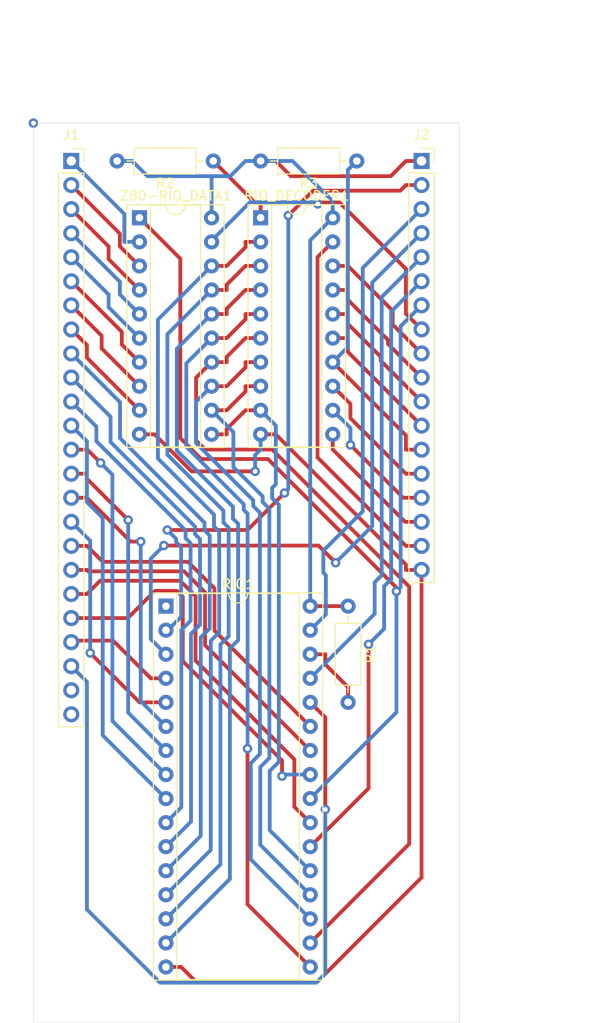
<source format=kicad_pcb>
(kicad_pcb (version 20221018) (generator pcbnew)
  (layers (0 "F.Cu" signal) (31 "B.Cu" signal) (34 "B.Paste" user) (35 "F.Paste" user) (36 "B.SilkS" user "B.Silkscreen") (37 "F.SilkS" user "F.Silkscreen") (38 "B.Mask" user) (39 "F.Mask" user) (44 "Edge.Cuts" user))
  (net 0 "")
  (net 1 "/RIO-128K_ZXspectrum/Z80_D0")
  (net 2 "/RIO-128K_ZXspectrum/Z80_D1")
  (net 3 "/RIO-128K_ZXspectrum/Z80_D2")
  (net 4 "/RIO-128K_ZXspectrum/Z80_D3")
  (net 5 "/RIO-128K_ZXspectrum/Z80_D4")
  (net 6 "/RIO-128K_ZXspectrum/Z80_D5")
  (net 7 "/RIO-128K_ZXspectrum/Z80_D6")
  (net 8 "/RIO-128K_ZXspectrum/Z80_D7")
  (net 9 "/RIO-128K_ZXspectrum/Z80_A0")
  (net 10 "/RIO-128K_ZXspectrum/Z80_A1")
  (net 11 "/RIO-128K_ZXspectrum/Z80_A2")
  (net 12 "/RIO-128K_ZXspectrum/Z80_A3")
  (net 13 "/RIO-128K_ZXspectrum/Z80_A4")
  (net 14 "/RIO-128K_ZXspectrum/Z80_A5")
  (net 15 "/RIO-128K_ZXspectrum/Z80_A6")
  (net 16 "/RIO-128K_ZXspectrum/Z80_A7")
  (net 17 "/RIO-128K_ZXspectrum/Z80_A8")
  (net 18 "/RIO-128K_ZXspectrum/Z80_A9")
  (net 19 "/RIO-128K_ZXspectrum/Z80_A10")
  (net 20 "/RIO-128K_ZXspectrum/Z80_A11")
  (net 21 "/RIO-128K_ZXspectrum/Z80_A12")
  (net 22 "/RIO-128K_ZXspectrum/Z80_A13")
  (net 23 "/RIO-128K_ZXspectrum/Z80_A14")
  (net 24 "/RIO-128K_ZXspectrum/Z80_A15")
  (net 25 "+5V")
  (net 26 "/RIO-128K_ZXspectrum/RIO_CE2")
  (net 27 "Net-(RIO_DECODER1-A->B)")
  (net 28 "/RIO-128K_ZXspectrum/CACHE_DATASTATUS")
  (net 30 "/RIO-128K_ZXspectrum/RIO_CONTROL.A16")
  (net 31 "/RIO-128K_ZXspectrum/RIO_CONTROL.A14")
  (net 32 "/RIO-128K_ZXspectrum/ROM_D0")
  (net 33 "/RIO-128K_ZXspectrum/ROM_D1")
  (net 34 "/RIO-128K_ZXspectrum/ROM_D2")
  (net 35 "GND")
  (net 36 "/RIO-128K_ZXspectrum/ROM_D3")
  (net 37 "/RIO-128K_ZXspectrum/ROM_D4")
  (net 38 "/RIO-128K_ZXspectrum/ROM_D5")
  (net 39 "/RIO-128K_ZXspectrum/ROM_D6")
  (net 40 "/RIO-128K_ZXspectrum/ROM_D7")
  (net 41 "/RIO-128K_ZXspectrum/RIO_CONTROL.CE")
  (net 42 "/RIO-128K_ZXspectrum/RIO_CONTROL.OE")
  (net 43 "/RIO-128K_ZXspectrum/RIO_CONTROL.WE")
  (net 44 "/RIO-128K_ZXspectrum/RIO_CONTROL.A15")
  (net 45 "/RIO-128K_ZXspectrum/Z80_HARDLOCK_SET")
  (net 46 "/RIO-128K_ZXspectrum/Z80_HARDLOCK_RESET")
  (net 47 "/RIO-128K_ZXspectrum/WAIT_IO")
  (net 48 "/RIO-128K_ZXspectrum/CACHE_SEL_3")
  (net 49 "/RIO-128K_ZXspectrum/CACHE_SEL_2")
  (net 50 "/RIO-128K_ZXspectrum/CACHE_SEL_1")
  (net 51 "/RIO-128K_ZXspectrum/CACHE_SEL_0")
  (net 52 "/RIO-128K_ZXspectrum/PERM_Z80_IORQ")
  (net 53 "/RIO-128K_ZXspectrum/RIO_CONTROL.ROM_RDY")
  (footprint "Package_DIP:DIP-20_W7.62mm_Socket" (layer "F.Cu") (at 135 76)
    (fp_text reference "RIO_DECODER1")
    (fp_text value "74HC245N")
  )
  (footprint "Resistor_THT:R_Axial_DIN0207_L6.3mm_D2.5mm_P10.16mm_Horizontal" (layer "F.Cu") (at 145.16 70 180)
    (fp_text reference "R3")
    (fp_text value "10K")
  )
  (footprint "Package_DIP:DIP-32_W15.24mm_Socket" (layer "F.Cu") (at 125 117)
    (fp_text reference "RIO1")
    (fp_text value "AS6C1008-55PCN")
  )
  (footprint "Package_DIP:DIP-20_W7.62mm_Socket" (layer "F.Cu") (at 122.2 76)
    (fp_text reference "Z80-RIO_DATA1")
    (fp_text value "74HC245N")
  )
  (footprint "Connector_PinSocket_2.54mm:PinSocket_1x24_P2.54mm_Vertical" (layer "F.Cu") (at 115 70)
    (fp_text reference "J1")
    (fp_text value "Conn_01x24_Socket")
  )
  (footprint "Connector_PinSocket_2.54mm:PinSocket_1x18_P2.54mm_Vertical" (layer "F.Cu") (at 152 70)
    (fp_text reference "J2")
    (fp_text value "Conn_01x18_Socket")
  )
  (footprint "Resistor_THT:R_Axial_DIN0207_L6.3mm_D2.5mm_P10.16mm_Horizontal" (layer "F.Cu") (at 144.24 117 -90)
    (fp_text reference "R1")
    (fp_text value "10K")
  )
  (footprint "Resistor_THT:R_Axial_DIN0207_L6.3mm_D2.5mm_P10.16mm_Horizontal" (layer "F.Cu") (at 130 70 180)
    (fp_text reference "R2")
    (fp_text value "10K")
  )
  (gr_rect (start 111 66) (end 156 161) (stroke (width 0.05)) (fill none) (layer "Edge.Cuts"))
  (via (at 111 66) (size 1) (drill 0.5) (layers "F.Cu" "B.Cu") (net 0))
  (segment (start 122.2 78.54) (end 120.5999 78.54) (width 0.4) (layer "B.Cu") (net 1))
  (segment (start 115 70) (end 120.5999 75.5999) (width 0.4) (layer "B.Cu") (net 1))
  (segment (start 120.5999 75.5999) (end 120.5999 78.54) (width 0.4) (layer "B.Cu") (net 1))
  (segment (start 120.1347 79.0147) (end 122.2 81.08) (width 0.4) (layer "F.Cu") (net 2))
  (segment (start 115 72.54) (end 120.1347 77.6747) (width 0.4) (layer "F.Cu") (net 2))
  (segment (start 120.1347 77.6747) (end 120.1347 79.0147) (width 0.4) (layer "F.Cu") (net 2))
  (segment (start 118.9417 80.3617) (end 122.2 83.62) (width 0.4) (layer "F.Cu") (net 3))
  (segment (start 118.9417 79.0217) (end 118.9417 80.3617) (width 0.4) (layer "F.Cu") (net 3))
  (segment (start 115 75.08) (end 118.9417 79.0217) (width 0.4) (layer "F.Cu") (net 3))
  (segment (start 115 77.62) (end 120.1347 82.7547) (width 0.4) (layer "B.Cu") (net 4))
  (segment (start 120.1347 82.7547) (end 120.1347 84.0947) (width 0.4) (layer "B.Cu") (net 4))
  (segment (start 120.1347 84.0947) (end 122.2 86.16) (width 0.4) (layer "B.Cu") (net 4))
  (segment (start 118.9417 85.4417) (end 122.2 88.7) (width 0.4) (layer "B.Cu") (net 5))
  (segment (start 118.9417 84.1017) (end 118.9417 85.4417) (width 0.4) (layer "B.Cu") (net 5))
  (segment (start 115 80.16) (end 118.9417 84.1017) (width 0.4) (layer "B.Cu") (net 5))
  (segment (start 115 82.7) (end 120.3357 88.0357) (width 0.4) (layer "F.Cu") (net 6))
  (segment (start 120.3357 88.0357) (end 120.3357 89.3757) (width 0.4) (layer "F.Cu") (net 6))
  (segment (start 120.3357 89.3757) (end 122.2 91.24) (width 0.4) (layer "F.Cu") (net 6))
  (segment (start 118.2083 89.7883) (end 122.2 93.78) (width 0.4) (layer "F.Cu") (net 7))
  (segment (start 115 85.24) (end 118.2083 88.4483) (width 0.4) (layer "F.Cu") (net 7))
  (segment (start 118.2083 88.4483) (end 118.2083 89.7883) (width 0.4) (layer "F.Cu") (net 7))
  (segment (start 116.6502 89.4302) (end 116.6502 90.7702) (width 0.4) (layer "F.Cu") (net 8))
  (segment (start 116.6502 90.7702) (end 122.2 96.32) (width 0.4) (layer "F.Cu") (net 8))
  (segment (start 115 87.78) (end 116.6502 89.4302) (width 0.4) (layer "F.Cu") (net 8))
  (segment (start 120.1507 99.261) (end 120.1507 95.4707) (width 0.4) (layer "B.Cu") (net 9))
  (segment (start 129.6242 109.542) (end 129.0764 108.9942) (width 0.4) (layer "B.Cu") (net 9))
  (segment (start 129.6242 119.3502) (end 129.6242 109.542) (width 0.4) (layer "B.Cu") (net 9))
  (segment (start 129.0764 108.1867) (end 120.1507 99.261) (width 0.4) (layer "B.Cu") (net 9))
  (segment (start 128.6749 120.2995) (end 129.6242 119.3502) (width 0.4) (layer "B.Cu") (net 9))
  (segment (start 120.1507 95.4707) (end 115 90.32) (width 0.4) (layer "B.Cu") (net 9))
  (segment (start 125 144.94) (end 128.6749 141.2651) (width 0.4) (layer "B.Cu") (net 9))
  (segment (start 129.0764 108.9942) (end 129.0764 108.1867) (width 0.4) (layer "B.Cu") (net 9))
  (segment (start 128.6749 141.2651) (end 128.6749 120.2995) (width 0.4) (layer "B.Cu") (net 9))
  (segment (start 128.0763 108.6009) (end 119.1506 99.6752) (width 0.4) (layer "B.Cu") (net 10))
  (segment (start 119.1506 97.0106) (end 115 92.86) (width 0.4) (layer "B.Cu") (net 10))
  (segment (start 119.1506 99.6752) (end 119.1506 97.0106) (width 0.4) (layer "B.Cu") (net 10))
  (segment (start 127.6477 139.7523) (end 127.6477 119.9124) (width 0.4) (layer "B.Cu") (net 10))
  (segment (start 125 142.4) (end 127.6477 139.7523) (width 0.4) (layer "B.Cu") (net 10))
  (segment (start 128.6003 109.9324) (end 128.0763 109.4084) (width 0.4) (layer "B.Cu") (net 10))
  (segment (start 128.0763 109.4084) (end 128.0763 108.6009) (width 0.4) (layer "B.Cu") (net 10))
  (segment (start 127.6477 119.9124) (end 128.6003 118.9598) (width 0.4) (layer "B.Cu") (net 10))
  (segment (start 128.6003 118.9598) (end 128.6003 109.9324) (width 0.4) (layer "B.Cu") (net 10))
  (segment (start 126.6239 138.2361) (end 126.6239 119.5219) (width 0.4) (layer "B.Cu") (net 11))
  (segment (start 125 139.86) (end 126.6239 138.2361) (width 0.4) (layer "B.Cu") (net 11))
  (segment (start 127.0762 109.8226) (end 127.0762 109.0151) (width 0.4) (layer "B.Cu") (net 11))
  (segment (start 117.6503 99.5892) (end 117.6503 98.0503) (width 0.4) (layer "B.Cu") (net 11))
  (segment (start 127.0762 109.0151) (end 117.6503 99.5892) (width 0.4) (layer "B.Cu") (net 11))
  (segment (start 117.6503 98.0503) (end 115 95.4) (width 0.4) (layer "B.Cu") (net 11))
  (segment (start 127.6002 110.3466) (end 127.0762 109.8226) (width 0.4) (layer "B.Cu") (net 11))
  (segment (start 127.6002 118.5456) (end 127.6002 110.3466) (width 0.4) (layer "B.Cu") (net 11))
  (segment (start 126.6239 119.5219) (end 127.6002 118.5456) (width 0.4) (layer "B.Cu") (net 11))
  (segment (start 116.6502 99.5902) (end 116.6502 106.012) (width 0.4) (layer "B.Cu") (net 12))
  (segment (start 118.3219 130.6419) (end 125 137.32) (width 0.4) (layer "B.Cu") (net 12))
  (segment (start 118.3219 107.6837) (end 118.3219 130.6419) (width 0.4) (layer "B.Cu") (net 12))
  (segment (start 115 97.94) (end 116.6502 99.5902) (width 0.4) (layer "B.Cu") (net 12))
  (segment (start 116.6502 106.012) (end 118.3219 107.6837) (width 0.4) (layer "B.Cu") (net 12))
  (segment (start 115 100.48) (end 116.7024 100.48) (width 0.4) (layer "F.Cu") (net 13))
  (segment (start 116.7024 100.48) (end 118.0985 101.8761) (width 0.4) (layer "F.Cu") (net 13))
  (via (at 118.0985 101.8761) (size 1) (drill 0.5) (layers "F.Cu" "B.Cu") (net 13))
  (segment (start 125 134.78) (end 119.346 129.126) (width 0.4) (layer "B.Cu") (net 13))
  (segment (start 119.346 103.1236) (end 118.0985 101.8761) (width 0.4) (layer "B.Cu") (net 13))
  (segment (start 119.346 129.126) (end 119.346 103.1236) (width 0.4) (layer "B.Cu") (net 13))
  (segment (start 116.6501 103.5501) (end 121.0094 107.9094) (width 0.4) (layer "F.Cu") (net 14))
  (segment (start 116.6501 103.02) (end 116.6501 103.5501) (width 0.4) (layer "F.Cu") (net 14))
  (segment (start 115 103.02) (end 116.6501 103.02) (width 0.4) (layer "F.Cu") (net 14))
  (via (at 121.0094 107.9094) (size 1) (drill 0.5) (layers "F.Cu" "B.Cu") (net 14))
  (segment (start 125 132.24) (end 121.0094 128.2494) (width 0.4) (layer "B.Cu") (net 14))
  (segment (start 121.0094 128.2494) (end 121.0094 107.9094) (width 0.4) (layer "B.Cu") (net 14))
  (segment (start 121.2754 110.1853) (end 122.3355 110.1853) (width 0.4) (layer "F.Cu") (net 15))
  (segment (start 116.6501 105.56) (end 121.2754 110.1853) (width 0.4) (layer "F.Cu") (net 15))
  (segment (start 115 105.56) (end 116.6501 105.56) (width 0.4) (layer "F.Cu") (net 15))
  (via (at 122.3355 110.1853) (size 1) (drill 0.5) (layers "F.Cu" "B.Cu") (net 15))
  (segment (start 122.3355 127.0355) (end 122.3355 110.1853) (width 0.4) (layer "B.Cu") (net 15))
  (segment (start 125 129.7) (end 122.3355 127.0355) (width 0.4) (layer "B.Cu") (net 15))
  (segment (start 122.2155 127.16) (end 125 127.16) (width 0.4) (layer "F.Cu") (net 16))
  (segment (start 116.9979 121.9424) (end 122.2155 127.16) (width 0.4) (layer "F.Cu") (net 16))
  (via (at 116.9979 121.9424) (size 1) (drill 0.5) (layers "F.Cu" "B.Cu") (net 16))
  (segment (start 115 108.1) (end 116.9979 110.0979) (width 0.4) (layer "B.Cu") (net 16))
  (segment (start 116.9979 110.0979) (end 116.9979 121.9424) (width 0.4) (layer "B.Cu") (net 16))
  (segment (start 130.1294 119.5894) (end 130.1294 115.121) (width 0.4) (layer "F.Cu") (net 17))
  (segment (start 130.1294 115.121) (end 127.3312 112.3228) (width 0.4) (layer "F.Cu") (net 17))
  (segment (start 127.3312 112.3228) (end 118.3329 112.3228) (width 0.4) (layer "F.Cu") (net 17))
  (segment (start 118.3329 112.3228) (end 116.6501 110.64) (width 0.4) (layer "F.Cu") (net 17))
  (segment (start 140.24 129.7) (end 130.1294 119.5894) (width 0.4) (layer "F.Cu") (net 17))
  (segment (start 115 110.64) (end 116.6501 110.64) (width 0.4) (layer "F.Cu") (net 17))
  (segment (start 129.1293 121.1293) (end 129.1293 115.5352) (width 0.4) (layer "F.Cu") (net 18))
  (segment (start 126.917 113.3229) (end 116.793 113.3229) (width 0.4) (layer "F.Cu") (net 18))
  (segment (start 116.793 113.3229) (end 116.6501 113.18) (width 0.4) (layer "F.Cu") (net 18))
  (segment (start 129.1293 115.5352) (end 126.917 113.3229) (width 0.4) (layer "F.Cu") (net 18))
  (segment (start 140.24 132.24) (end 129.1293 121.1293) (width 0.4) (layer "F.Cu") (net 18))
  (segment (start 115 113.18) (end 116.6501 113.18) (width 0.4) (layer "F.Cu") (net 18))
  (segment (start 140.24 139.86) (end 138.5633 138.1833) (width 0.4) (layer "F.Cu") (net 19))
  (segment (start 126.5027 114.323) (end 118.0471 114.323) (width 0.4) (layer "F.Cu") (net 19))
  (segment (start 118.0471 114.323) (end 116.6501 115.72) (width 0.4) (layer "F.Cu") (net 19))
  (segment (start 115 115.72) (end 116.6501 115.72) (width 0.4) (layer "F.Cu") (net 19))
  (segment (start 128.1291 122.7498) (end 128.1291 115.9494) (width 0.4) (layer "F.Cu") (net 19))
  (segment (start 128.1291 115.9494) (end 126.5027 114.323) (width 0.4) (layer "F.Cu") (net 19))
  (segment (start 138.5633 133.184) (end 128.1291 122.7498) (width 0.4) (layer "F.Cu") (net 19))
  (segment (start 138.5633 138.1833) (end 138.5633 133.184) (width 0.4) (layer "F.Cu") (net 19))
  (segment (start 120.9736 118.26) (end 123.848 115.3856) (width 0.4) (layer "F.Cu") (net 20))
  (segment (start 137.2632 133.2982) (end 137.2632 134.9471) (width 0.4) (layer "F.Cu") (net 20))
  (segment (start 126.7756 116.0102) (end 126.7756 122.8106) (width 0.4) (layer "F.Cu") (net 20))
  (segment (start 126.151 115.3856) (end 126.7756 116.0102) (width 0.4) (layer "F.Cu") (net 20))
  (segment (start 126.7756 122.8106) (end 137.2632 133.2982) (width 0.4) (layer "F.Cu") (net 20))
  (segment (start 115 118.26) (end 120.9736 118.26) (width 0.4) (layer "F.Cu") (net 20))
  (segment (start 123.848 115.3856) (end 126.151 115.3856) (width 0.4) (layer "F.Cu") (net 20))
  (via (at 137.2632 134.9471) (size 1) (drill 0.5) (layers "F.Cu" "B.Cu") (net 20))
  (segment (start 137.4303 134.78) (end 140.24 134.78) (width 0.4) (layer "B.Cu") (net 20))
  (segment (start 137.2632 134.9471) (end 137.4303 134.78) (width 0.4) (layer "B.Cu") (net 20))
  (segment (start 123.3999 124.62) (end 119.4222 120.6423) (width 0.4) (layer "F.Cu") (net 21))
  (segment (start 115.1577 120.6423) (end 115 120.8) (width 0.4) (layer "F.Cu") (net 21))
  (segment (start 125 124.62) (end 123.3999 124.62) (width 0.4) (layer "F.Cu") (net 21))
  (segment (start 119.4222 120.6423) (end 115.1577 120.6423) (width 0.4) (layer "F.Cu") (net 21))
  (segment (start 141.8401 128.7601) (end 141.8401 138.4666) (width 0.4) (layer "F.Cu") (net 22))
  (segment (start 140.24 127.16) (end 141.8401 128.7601) (width 0.4) (layer "F.Cu") (net 22))
  (via (at 141.8401 138.4666) (size 1) (drill 0.5) (layers "F.Cu" "B.Cu") (net 22))
  (segment (start 116.6502 149.0223) (end 124.382 156.7541) (width 0.4) (layer "B.Cu") (net 22))
  (segment (start 124.382 156.7541) (end 140.8739 156.7541) (width 0.4) (layer "B.Cu") (net 22))
  (segment (start 141.8401 155.7879) (end 141.8401 138.4666) (width 0.4) (layer "B.Cu") (net 22))
  (segment (start 116.6502 124.9902) (end 116.6502 149.0223) (width 0.4) (layer "B.Cu") (net 22))
  (segment (start 115 123.34) (end 116.6502 124.9902) (width 0.4) (layer "B.Cu") (net 22))
  (segment (start 140.8739 156.7541) (end 141.8401 155.7879) (width 0.4) (layer "B.Cu") (net 22))
  (segment (start 150.3499 70) (end 148.749 71.6009) (width 0.4) (layer "F.Cu") (net 25))
  (segment (start 148.749 71.6009) (end 138.201 71.6009) (width 0.4) (layer "F.Cu") (net 25))
  (segment (start 138.201 71.6009) (end 136.6001 70) (width 0.4) (layer "F.Cu") (net 25))
  (segment (start 152 70) (end 150.3499 70) (width 0.4) (layer "F.Cu") (net 25))
  (segment (start 144.24 117) (end 140.24 117) (width 0.4) (layer "F.Cu") (net 25))
  (segment (start 135 70) (end 136.6001 70) (width 0.4) (layer "F.Cu") (net 25))
  (segment (start 129.82 71.6022) (end 123.0423 71.6022) (width 0.4) (layer "B.Cu") (net 25))
  (segment (start 138.3728 70) (end 135 70) (width 0.4) (layer "B.Cu") (net 25))
  (segment (start 135 70) (end 133.3999 70) (width 0.4) (layer "B.Cu") (net 25))
  (segment (start 129.82 71.6022) (end 129.82 76) (width 0.4) (layer "B.Cu") (net 25))
  (segment (start 142.62 74.2472) (end 138.3728 70) (width 0.4) (layer "B.Cu") (net 25))
  (segment (start 142.62 74.3999) (end 142.62 74.2472) (width 0.4) (layer "B.Cu") (net 25))
  (segment (start 131.7977 71.6022) (end 129.82 71.6022) (width 0.4) (layer "B.Cu") (net 25))
  (segment (start 140.24 78.38) (end 142.62 76) (width 0.4) (layer "B.Cu") (net 25))
  (segment (start 140.24 117) (end 140.24 115.3999) (width 0.4) (layer "B.Cu") (net 25))
  (segment (start 119.84 70) (end 121.4401 70) (width 0.4) (layer "B.Cu") (net 25))
  (segment (start 142.62 75.6717) (end 142.62 76) (width 0.4) (layer "B.Cu") (net 25))
  (segment (start 123.0423 71.6022) (end 121.4401 70) (width 0.4) (layer "B.Cu") (net 25))
  (segment (start 133.3999 70) (end 131.7977 71.6022) (width 0.4) (layer "B.Cu") (net 25))
  (segment (start 142.62 75.6717) (end 142.62 74.3999) (width 0.4) (layer "B.Cu") (net 25))
  (segment (start 140.24 115.3999) (end 140.24 78.38) (width 0.4) (layer "B.Cu") (net 25))
  (segment (start 141.8401 123.16) (end 141.8401 122.08) (width 0.4) (layer "F.Cu") (net 26))
  (segment (start 144.24 125.5599) (end 141.8401 123.16) (width 0.4) (layer "F.Cu") (net 26))
  (segment (start 140.24 122.08) (end 141.8401 122.08) (width 0.4) (layer "F.Cu") (net 26))
  (segment (start 144.24 127.16) (end 144.24 125.5599) (width 0.4) (layer "F.Cu") (net 26))
  (segment (start 135 76) (end 135 74.3999) (width 0.4) (layer "F.Cu") (net 27))
  (segment (start 130 70) (end 134.3999 74.3999) (width 0.4) (layer "F.Cu") (net 27))
  (segment (start 134.3999 74.3999) (end 135 74.3999) (width 0.4) (layer "F.Cu") (net 27))
  (segment (start 150.3499 98.9699) (end 142.62 91.24) (width 0.4) (layer "F.Cu") (net 28))
  (segment (start 152 100.48) (end 150.3499 100.48) (width 0.4) (layer "F.Cu") (net 28))
  (segment (start 150.3499 100.48) (end 150.3499 98.9699) (width 0.4) (layer "F.Cu") (net 28))
  (segment (start 144.2202 89.6398) (end 144.2202 70.9398) (width 0.4) (layer "B.Cu") (net 28))
  (segment (start 144.2202 70.9398) (end 145.16 70) (width 0.4) (layer "B.Cu") (net 28))
  (segment (start 142.62 91.24) (end 144.2202 89.6398) (width 0.4) (layer "B.Cu") (net 28))
  (segment (start 149.7558 73.1341) (end 140.5466 73.1341) (width 0.4) (layer "F.Cu") (net 30))
  (segment (start 137.5207 105.0571) (end 133.6136 108.9642) (width 0.4) (layer "F.Cu") (net 30))
  (segment (start 133.6136 108.9642) (end 125.1425 108.9642) (width 0.4) (layer "F.Cu") (net 30))
  (segment (start 152 72.54) (end 150.3499 72.54) (width 0.4) (layer "F.Cu") (net 30))
  (segment (start 150.3499 72.54) (end 149.7558 73.1341) (width 0.4) (layer "F.Cu") (net 30))
  (segment (start 140.5466 73.1341) (end 137.9249 75.7558) (width 0.4) (layer "F.Cu") (net 30))
  (via (at 125.1425 108.9642) (size 1) (drill 0.5) (layers "F.Cu" "B.Cu") (net 30))
  (via (at 137.9249 75.7558) (size 1) (drill 0.5) (layers "F.Cu" "B.Cu") (net 30))
  (via (at 137.5207 105.0571) (size 1) (drill 0.5) (layers "F.Cu" "B.Cu") (net 30))
  (segment (start 137.5207 105.0571) (end 137.9249 104.6529) (width 0.4) (layer "B.Cu") (net 30))
  (segment (start 126.0761 109.8978) (end 125.1425 108.9642) (width 0.4) (layer "B.Cu") (net 30))
  (segment (start 137.9249 104.6529) (end 137.9249 75.7558) (width 0.4) (layer "B.Cu") (net 30))
  (segment (start 126.0761 110.2368) (end 126.0761 109.8978) (width 0.4) (layer "B.Cu") (net 30))
  (segment (start 125.1915 119.54) (end 126.6001 118.1314) (width 0.4) (layer "B.Cu") (net 30))
  (segment (start 126.6001 110.7608) (end 126.0761 110.2368) (width 0.4) (layer "B.Cu") (net 30))
  (segment (start 125 119.54) (end 125.1915 119.54) (width 0.4) (layer "B.Cu") (net 30))
  (segment (start 126.6001 118.1314) (end 126.6001 110.7608) (width 0.4) (layer "B.Cu") (net 30))
  (segment (start 141.1143 110.6064) (end 124.7759 110.6064) (width 0.4) (layer "F.Cu") (net 31))
  (segment (start 142.9242 112.4163) (end 141.1143 110.6064) (width 0.4) (layer "F.Cu") (net 31))
  (via (at 124.7759 110.6064) (size 1) (drill 0.5) (layers "F.Cu" "B.Cu") (net 31))
  (via (at 142.9242 112.4163) (size 1) (drill 0.5) (layers "F.Cu" "B.Cu") (net 31))
  (segment (start 142.9242 112.4163) (end 146.791 108.5495) (width 0.4) (layer "B.Cu") (net 31))
  (segment (start 123.3999 120.4799) (end 125 122.08) (width 0.4) (layer "B.Cu") (net 31))
  (segment (start 146.791 82.829) (end 152 77.62) (width 0.4) (layer "B.Cu") (net 31))
  (segment (start 124.7759 110.6064) (end 123.3999 111.9824) (width 0.4) (layer "B.Cu") (net 31))
  (segment (start 123.3999 111.9824) (end 123.3999 120.4799) (width 0.4) (layer "B.Cu") (net 31))
  (segment (start 146.791 108.5495) (end 146.791 82.829) (width 0.4) (layer "B.Cu") (net 31))
  (segment (start 135 78.54) (end 133.3999 78.54) (width 0.4) (layer "F.Cu") (net 32))
  (segment (start 129.82 81.08) (end 131.4201 81.08) (width 0.4) (layer "F.Cu") (net 32))
  (segment (start 133.3999 79.1002) (end 133.3999 78.54) (width 0.4) (layer "F.Cu") (net 32))
  (segment (start 131.4201 81.08) (end 133.3999 79.1002) (width 0.4) (layer "F.Cu") (net 32))
  (segment (start 130.6243 119.7644) (end 130.6243 109.1278) (width 0.4) (layer "B.Cu") (net 32))
  (segment (start 124.1515 101.4121) (end 124.1515 86.7485) (width 0.4) (layer "B.Cu") (net 32))
  (segment (start 129.7349 142.7451) (end 129.7349 120.6538) (width 0.4) (layer "B.Cu") (net 32))
  (segment (start 129.7349 120.6538) (end 130.6243 119.7644) (width 0.4) (layer "B.Cu") (net 32))
  (segment (start 124.1515 86.7485) (end 129.82 81.08) (width 0.4) (layer "B.Cu") (net 32))
  (segment (start 125 147.48) (end 129.7349 142.7451) (width 0.4) (layer "B.Cu") (net 32))
  (segment (start 130.0765 108.58) (end 130.0765 107.3371) (width 0.4) (layer "B.Cu") (net 32))
  (segment (start 130.6243 109.1278) (end 130.0765 108.58) (width 0.4) (layer "B.Cu") (net 32))
  (segment (start 130.0765 107.3371) (end 124.1515 101.4121) (width 0.4) (layer "B.Cu") (net 32))
  (segment (start 129.82 83.62) (end 131.4201 83.62) (width 0.4) (layer "F.Cu") (net 33))
  (segment (start 131.4201 83.0598) (end 133.3999 81.08) (width 0.4) (layer "F.Cu") (net 33))
  (segment (start 131.4201 83.62) (end 131.4201 83.0598) (width 0.4) (layer "F.Cu") (net 33))
  (segment (start 135 81.08) (end 133.3999 81.08) (width 0.4) (layer "F.Cu") (net 33))
  (segment (start 131.6244 120.1786) (end 131.6244 108.7136) (width 0.4) (layer "B.Cu") (net 33))
  (segment (start 131.0766 108.1658) (end 131.0766 106.9228) (width 0.4) (layer "B.Cu") (net 33))
  (segment (start 125.1516 88.2884) (end 129.82 83.62) (width 0.4) (layer "B.Cu") (net 33))
  (segment (start 131.6244 108.7136) (end 131.0766 108.1658) (width 0.4) (layer "B.Cu") (net 33))
  (segment (start 125.1516 100.9978) (end 125.1516 88.2884) (width 0.4) (layer "B.Cu") (net 33))
  (segment (start 125 150.02) (end 130.7538 144.2662) (width 0.4) (layer "B.Cu") (net 33))
  (segment (start 130.7538 144.2662) (end 130.7538 121.0492) (width 0.4) (layer "B.Cu") (net 33))
  (segment (start 131.0766 106.9228) (end 125.1516 100.9978) (width 0.4) (layer "B.Cu") (net 33))
  (segment (start 130.7538 121.0492) (end 131.6244 120.1786) (width 0.4) (layer "B.Cu") (net 33))
  (segment (start 135 83.62) (end 133.3999 83.62) (width 0.4) (layer "F.Cu") (net 34))
  (segment (start 131.4201 85.5998) (end 133.3999 83.62) (width 0.4) (layer "F.Cu") (net 34))
  (segment (start 131.4201 86.16) (end 131.4201 85.5998) (width 0.4) (layer "F.Cu") (net 34))
  (segment (start 129.82 86.16) (end 131.4201 86.16) (width 0.4) (layer "F.Cu") (net 34))
  (segment (start 126.1517 89.8283) (end 129.82 86.16) (width 0.4) (layer "B.Cu") (net 34))
  (segment (start 132.6245 120.5928) (end 132.6245 108.2994) (width 0.4) (layer "B.Cu") (net 34))
  (segment (start 131.7539 145.8061) (end 131.7539 121.4634) (width 0.4) (layer "B.Cu") (net 34))
  (segment (start 132.0767 106.5086) (end 126.1517 100.5836) (width 0.4) (layer "B.Cu") (net 34))
  (segment (start 131.7539 121.4634) (end 132.6245 120.5928) (width 0.4) (layer "B.Cu") (net 34))
  (segment (start 125 152.56) (end 131.7539 145.8061) (width 0.4) (layer "B.Cu") (net 34))
  (segment (start 132.0767 107.7516) (end 132.0767 106.5086) (width 0.4) (layer "B.Cu") (net 34))
  (segment (start 126.1517 100.5836) (end 126.1517 89.8283) (width 0.4) (layer "B.Cu") (net 34))
  (segment (start 132.6245 108.2994) (end 132.0767 107.7516) (width 0.4) (layer "B.Cu") (net 34))
  (segment (start 152 113.18) (end 152 114.8301) (width 0.4) (layer "F.Cu") (net 35))
  (segment (start 125 155.1) (end 126.6001 155.1) (width 0.4) (layer "F.Cu") (net 35))
  (segment (start 126.6001 155.1) (end 128.2012 156.7011) (width 0.4) (layer "F.Cu") (net 35))
  (segment (start 140.9557 156.7011) (end 152 145.6568) (width 0.4) (layer "F.Cu") (net 35))
  (segment (start 122.2 98.86) (end 123.8001 98.86) (width 0.4) (layer "F.Cu") (net 35))
  (segment (start 123.8001 98.86) (end 127.7098 102.7697) (width 0.4) (layer "F.Cu") (net 35))
  (segment (start 150.3499 112.6098) (end 136.6001 98.86) (width 0.4) (layer "F.Cu") (net 35))
  (segment (start 152 113.18) (end 150.3499 113.18) (width 0.4) (layer "F.Cu") (net 35))
  (segment (start 135 98.86) (end 136.6001 98.86) (width 0.4) (layer "F.Cu") (net 35))
  (segment (start 127.7098 102.7697) (end 134.4194 102.7697) (width 0.4) (layer "F.Cu") (net 35))
  (segment (start 128.2012 156.7011) (end 140.9557 156.7011) (width 0.4) (layer "F.Cu") (net 35))
  (segment (start 150.3499 113.18) (end 150.3499 112.6098) (width 0.4) (layer "F.Cu") (net 35))
  (segment (start 152 145.6568) (end 152 114.8301) (width 0.4) (layer "F.Cu") (net 35))
  (via (at 134.4194 102.7697) (size 1) (drill 0.5) (layers "F.Cu" "B.Cu") (net 35))
  (segment (start 135 98.86) (end 135 100.4601) (width 0.4) (layer "B.Cu") (net 35))
  (segment (start 134.4194 102.7697) (end 134.4194 101.0407) (width 0.4) (layer "B.Cu") (net 35))
  (segment (start 134.4194 101.0407) (end 135 100.4601) (width 0.4) (layer "B.Cu") (net 35))
  (segment (start 131.4201 88.7) (end 133.3999 86.7202) (width 0.4) (layer "F.Cu") (net 36))
  (segment (start 135 86.16) (end 133.3999 86.16) (width 0.4) (layer "F.Cu") (net 36))
  (segment (start 129.82 88.7) (end 131.4201 88.7) (width 0.4) (layer "F.Cu") (net 36))
  (segment (start 133.3999 86.7202) (end 133.3999 86.16) (width 0.4) (layer "F.Cu") (net 36))
  (segment (start 133.612 148.472) (end 133.612 132.0481) (width 0.4) (layer "F.Cu") (net 36))
  (segment (start 140.24 155.1) (end 133.612 148.472) (width 0.4) (layer "F.Cu") (net 36))
  (via (at 133.612 132.0481) (size 1) (drill 0.5) (layers "F.Cu" "B.Cu") (net 36))
  (segment (start 133.2203 106.2379) (end 127.1518 100.1694) (width 0.4) (layer "B.Cu") (net 36))
  (segment (start 133.6246 132.0355) (end 133.6246 107.2425) (width 0.4) (layer "B.Cu") (net 36))
  (segment (start 127.1518 91.3682) (end 129.82 88.7) (width 0.4) (layer "B.Cu") (net 36))
  (segment (start 133.612 132.0481) (end 133.6246 132.0355) (width 0.4) (layer "B.Cu") (net 36))
  (segment (start 133.6246 107.2425) (end 133.2203 106.8382) (width 0.4) (layer "B.Cu") (net 36))
  (segment (start 127.1518 100.1694) (end 127.1518 91.3682) (width 0.4) (layer "B.Cu") (net 36))
  (segment (start 133.2203 106.8382) (end 133.2203 106.2379) (width 0.4) (layer "B.Cu") (net 36))
  (segment (start 131.4201 91.24) (end 131.4201 90.6798) (width 0.4) (layer "F.Cu") (net 37))
  (segment (start 129.1476 100.4695) (end 128.1849 99.5068) (width 0.4) (layer "F.Cu") (net 37))
  (segment (start 129.82 91.24) (end 131.4201 91.24) (width 0.4) (layer "F.Cu") (net 37))
  (segment (start 150.6964 142.1036) (end 150.6964 114.9447) (width 0.4) (layer "F.Cu") (net 37))
  (segment (start 136.2212 100.4695) (end 129.1476 100.4695) (width 0.4) (layer "F.Cu") (net 37))
  (segment (start 150.6964 114.9447) (end 136.2212 100.4695) (width 0.4) (layer "F.Cu") (net 37))
  (segment (start 131.4201 90.6798) (end 133.3999 88.7) (width 0.4) (layer "F.Cu") (net 37))
  (segment (start 140.24 152.56) (end 150.6964 142.1036) (width 0.4) (layer "F.Cu") (net 37))
  (segment (start 135 88.7) (end 133.3999 88.7) (width 0.4) (layer "F.Cu") (net 37))
  (segment (start 128.1849 99.5068) (end 128.1849 92.8751) (width 0.4) (layer "F.Cu") (net 37))
  (segment (start 128.1849 92.8751) (end 129.82 91.24) (width 0.4) (layer "F.Cu") (net 37))
  (segment (start 133.3999 91.8002) (end 133.3999 91.24) (width 0.4) (layer "F.Cu") (net 38))
  (segment (start 131.4201 93.78) (end 133.3999 91.8002) (width 0.4) (layer "F.Cu") (net 38))
  (segment (start 135 91.24) (end 133.3999 91.24) (width 0.4) (layer "F.Cu") (net 38))
  (segment (start 129.82 93.78) (end 131.4201 93.78) (width 0.4) (layer "F.Cu") (net 38))
  (segment (start 128.1742 99.7775) (end 134.2204 105.8237) (width 0.4) (layer "B.Cu") (net 38))
  (segment (start 128.1742 95.4258) (end 128.1742 99.7775) (width 0.4) (layer "B.Cu") (net 38))
  (segment (start 134.2204 106.424) (end 134.9246 107.1282) (width 0.4) (layer "B.Cu") (net 38))
  (segment (start 129.82 93.78) (end 128.1742 95.4258) (width 0.4) (layer "B.Cu") (net 38))
  (segment (start 133.9628 143.7428) (end 140.24 150.02) (width 0.4) (layer "B.Cu") (net 38))
  (segment (start 134.9246 107.1282) (end 134.9246 132.6184) (width 0.4) (layer "B.Cu") (net 38))
  (segment (start 134.2204 105.8237) (end 134.2204 106.424) (width 0.4) (layer "B.Cu") (net 38))
  (segment (start 133.9628 133.5802) (end 133.9628 143.7428) (width 0.4) (layer "B.Cu") (net 38))
  (segment (start 134.9246 132.6184) (end 133.9628 133.5802) (width 0.4) (layer "B.Cu") (net 38))
  (segment (start 129.82 96.32) (end 131.4201 96.32) (width 0.4) (layer "F.Cu") (net 39))
  (segment (start 131.4201 96.32) (end 133.3999 94.3402) (width 0.4) (layer "F.Cu") (net 39))
  (segment (start 133.3999 94.3402) (end 133.3999 93.78) (width 0.4) (layer "F.Cu") (net 39))
  (segment (start 135 93.78) (end 133.3999 93.78) (width 0.4) (layer "F.Cu") (net 39))
  (segment (start 132.1226 98.6226) (end 132.1226 102.3116) (width 0.4) (layer "B.Cu") (net 39))
  (segment (start 135.9247 133.0326) (end 134.9629 133.9944) (width 0.4) (layer "B.Cu") (net 39))
  (segment (start 134.9629 142.2029) (end 140.24 147.48) (width 0.4) (layer "B.Cu") (net 39))
  (segment (start 135.9247 106.714) (end 135.9247 133.0326) (width 0.4) (layer "B.Cu") (net 39))
  (segment (start 132.1226 102.3116) (end 135.2205 105.4095) (width 0.4) (layer "B.Cu") (net 39))
  (segment (start 135.2205 106.0098) (end 135.9247 106.714) (width 0.4) (layer "B.Cu") (net 39))
  (segment (start 134.9629 133.9944) (end 134.9629 142.2029) (width 0.4) (layer "B.Cu") (net 39))
  (segment (start 135.2205 105.4095) (end 135.2205 106.0098) (width 0.4) (layer "B.Cu") (net 39))
  (segment (start 129.82 96.32) (end 132.1226 98.6226) (width 0.4) (layer "B.Cu") (net 39))
  (segment (start 135 96.32) (end 133.3999 96.32) (width 0.4) (layer "F.Cu") (net 40))
  (segment (start 133.3999 96.32) (end 131.4201 98.2998) (width 0.4) (layer "F.Cu") (net 40))
  (segment (start 131.4201 98.2998) (end 131.4201 98.86) (width 0.4) (layer "F.Cu") (net 40))
  (segment (start 129.82 98.86) (end 131.4201 98.86) (width 0.4) (layer "F.Cu") (net 40))
  (segment (start 136.2206 105.5956) (end 136.9248 106.2998) (width 0.4) (layer "B.Cu") (net 40))
  (segment (start 136.2206 104.5186) (end 136.2206 105.5956) (width 0.4) (layer "B.Cu") (net 40))
  (segment (start 136.9248 133.4468) (end 135.9631 134.4085) (width 0.4) (layer "B.Cu") (net 40))
  (segment (start 136.9248 106.2998) (end 136.9248 133.4468) (width 0.4) (layer "B.Cu") (net 40))
  (segment (start 136.6057 104.1335) (end 136.2206 104.5186) (width 0.4) (layer "B.Cu") (net 40))
  (segment (start 135.9631 140.6631) (end 140.24 144.94) (width 0.4) (layer "B.Cu") (net 40))
  (segment (start 135 96.32) (end 136.6057 97.9257) (width 0.4) (layer "B.Cu") (net 40))
  (segment (start 136.6057 97.9257) (end 136.6057 104.1335) (width 0.4) (layer "B.Cu") (net 40))
  (segment (start 135.9631 134.4085) (end 135.9631 140.6631) (width 0.4) (layer "B.Cu") (net 40))
  (segment (start 140.24 142.4) (end 146.4047 136.2353) (width 0.4) (layer "F.Cu") (net 41))
  (segment (start 146.4047 136.2353) (end 146.4047 121.0358) (width 0.4) (layer "F.Cu") (net 41))
  (via (at 146.4047 121.0358) (size 1) (drill 0.5) (layers "F.Cu" "B.Cu") (net 41))
  (segment (start 152 82.7) (end 148.7912 85.9088) (width 0.4) (layer "B.Cu") (net 41))
  (segment (start 148.7912 114.159) (end 148.0489 114.9013) (width 0.4) (layer "B.Cu") (net 41))
  (segment (start 148.0489 114.9013) (end 148.0489 119.3916) (width 0.4) (layer "B.Cu") (net 41))
  (segment (start 148.0489 119.3916) (end 146.4047 121.0358) (width 0.4) (layer "B.Cu") (net 41))
  (segment (start 148.7912 85.9088) (end 148.7912 114.159) (width 0.4) (layer "B.Cu") (net 41))
  (segment (start 149.349 115.4398) (end 149.349 115.0467) (width 0.4) (layer "F.Cu") (net 42))
  (segment (start 126.5154 80.3154) (end 122.2 76) (width 0.4) (layer "F.Cu") (net 42))
  (segment (start 149.349 115.0467) (end 135.7719 101.4696) (width 0.4) (layer "F.Cu") (net 42))
  (segment (start 135.7719 101.4696) (end 128.7334 101.4696) (width 0.4) (layer "F.Cu") (net 42))
  (segment (start 128.7334 101.4696) (end 126.5154 99.2516) (width 0.4) (layer "F.Cu") (net 42))
  (segment (start 126.5154 99.2516) (end 126.5154 80.3154) (width 0.4) (layer "F.Cu") (net 42))
  (via (at 149.349 115.4398) (size 1) (drill 0.5) (layers "F.Cu" "B.Cu") (net 42))
  (segment (start 149.349 115.4398) (end 149.349 128.211) (width 0.4) (layer "B.Cu") (net 42))
  (segment (start 149.7913 114.9975) (end 149.349 115.4398) (width 0.4) (layer "B.Cu") (net 42))
  (segment (start 149.349 128.211) (end 140.24 137.32) (width 0.4) (layer "B.Cu") (net 42))
  (segment (start 152 85.24) (end 149.7913 87.4487) (width 0.4) (layer "B.Cu") (net 42))
  (segment (start 149.7913 87.4487) (end 149.7913 114.9975) (width 0.4) (layer "B.Cu") (net 42))
  (segment (start 152 80.16) (end 147.7911 84.3689) (width 0.4) (layer "B.Cu") (net 43))
  (segment (start 147.0488 114.4871) (end 147.0488 117.8112) (width 0.4) (layer "B.Cu") (net 43))
  (segment (start 147.7911 84.3689) (end 147.7911 113.7448) (width 0.4) (layer "B.Cu") (net 43))
  (segment (start 147.7911 113.7448) (end 147.0488 114.4871) (width 0.4) (layer "B.Cu") (net 43))
  (segment (start 147.0488 117.8112) (end 140.24 124.62) (width 0.4) (layer "B.Cu") (net 43))
  (segment (start 140.24 119.54) (end 141.8938 117.8862) (width 0.4) (layer "B.Cu") (net 44))
  (segment (start 141.624 113.4687) (end 141.624 111.1515) (width 0.4) (layer "B.Cu") (net 44))
  (segment (start 145.7909 106.9846) (end 145.7909 81.2891) (width 0.4) (layer "B.Cu") (net 44))
  (segment (start 141.624 111.1515) (end 145.7909 106.9846) (width 0.4) (layer "B.Cu") (net 44))
  (segment (start 141.8938 117.8862) (end 141.8938 113.7385) (width 0.4) (layer "B.Cu") (net 44))
  (segment (start 141.8938 113.7385) (end 141.624 113.4687) (width 0.4) (layer "B.Cu") (net 44))
  (segment (start 145.7909 81.2891) (end 152 75.08) (width 0.4) (layer "B.Cu") (net 44))
  (segment (start 150.2599 108.1) (end 150.3499 108.1) (width 0.4) (layer "F.Cu") (net 45))
  (segment (start 142.62 98.86) (end 142.62 100.4601) (width 0.4) (layer "F.Cu") (net 45))
  (segment (start 152 108.1) (end 150.3499 108.1) (width 0.4) (layer "F.Cu") (net 45))
  (segment (start 142.62 100.4601) (end 150.2599 108.1) (width 0.4) (layer "F.Cu") (net 45))
  (segment (start 152 105.56) (end 150.0659 105.56) (width 0.4) (layer "F.Cu") (net 46))
  (segment (start 150.0659 105.56) (end 144.4908 99.9849) (width 0.4) (layer "F.Cu") (net 46))
  (via (at 144.4908 99.9849) (size 1) (drill 0.5) (layers "F.Cu" "B.Cu") (net 46))
  (segment (start 144.4908 99.9849) (end 144.4908 98.1908) (width 0.4) (layer "B.Cu") (net 46))
  (segment (start 144.4908 98.1908) (end 142.62 96.32) (width 0.4) (layer "B.Cu") (net 46))
  (segment (start 144.4843 95.6443) (end 142.62 93.78) (width 0.4) (layer "F.Cu") (net 47))
  (segment (start 144.4843 97.1544) (end 144.4843 95.6443) (width 0.4) (layer "F.Cu") (net 47))
  (segment (start 152 103.02) (end 150.3499 103.02) (width 0.4) (layer "F.Cu") (net 47))
  (segment (start 150.3499 103.02) (end 144.4843 97.1544) (width 0.4) (layer "F.Cu") (net 47))
  (segment (start 142.62 88.7) (end 144.2201 88.7) (width 0.4) (layer "F.Cu") (net 48))
  (segment (start 152 97.94) (end 144.2201 90.1601) (width 0.4) (layer "F.Cu") (net 48))
  (segment (start 144.2201 90.1601) (end 144.2201 88.7) (width 0.4) (layer "F.Cu") (net 48))
  (segment (start 147.6906 90.6719) (end 147.6906 91.0906) (width 0.4) (layer "F.Cu") (net 49))
  (segment (start 144.2201 86.16) (end 144.2201 87.2014) (width 0.4) (layer "F.Cu") (net 49))
  (segment (start 147.6906 91.0906) (end 152 95.4) (width 0.4) (layer "F.Cu") (net 49))
  (segment (start 142.62 86.16) (end 144.2201 86.16) (width 0.4) (layer "F.Cu") (net 49))
  (segment (start 144.2201 87.2014) (end 147.6906 90.6719) (width 0.4) (layer "F.Cu") (net 49))
  (segment (start 142.62 83.62) (end 144.2201 83.62) (width 0.4) (layer "F.Cu") (net 50))
  (segment (start 144.2201 84.6614) (end 148.4511 88.8924) (width 0.4) (layer "F.Cu") (net 50))
  (segment (start 144.2201 83.62) (end 144.2201 84.6614) (width 0.4) (layer "F.Cu") (net 50))
  (segment (start 148.4511 89.3111) (end 152 92.86) (width 0.4) (layer "F.Cu") (net 50))
  (segment (start 148.4511 88.8924) (end 148.4511 89.3111) (width 0.4) (layer "F.Cu") (net 50))
  (segment (start 144.2201 81.08) (end 148.9511 85.811) (width 0.4) (layer "F.Cu") (net 51))
  (segment (start 142.62 81.08) (end 144.2201 81.08) (width 0.4) (layer "F.Cu") (net 51))
  (segment (start 148.9511 85.811) (end 148.9511 87.2711) (width 0.4) (layer "F.Cu") (net 51))
  (segment (start 148.9511 87.2711) (end 152 90.32) (width 0.4) (layer "F.Cu") (net 51))
  (segment (start 141.0124 80.1476) (end 142.62 78.54) (width 0.4) (layer "F.Cu") (net 52))
  (segment (start 150.3499 110.64) (end 141.0124 101.3025) (width 0.4) (layer "F.Cu") (net 52))
  (segment (start 152 110.64) (end 150.3499 110.64) (width 0.4) (layer "F.Cu") (net 52))
  (segment (start 141.0124 101.3025) (end 141.0124 80.1476) (width 0.4) (layer "F.Cu") (net 52))
  (segment (start 143.3334 74.3774) (end 141.1883 74.3774) (width 0.4) (layer "F.Cu") (net 53))
  (segment (start 150.3498 81.3938) (end 143.3334 74.3774) (width 0.4) (layer "F.Cu") (net 53))
  (segment (start 141.1883 74.3774) (end 141.0347 74.531) (width 0.4) (layer "F.Cu") (net 53))
  (segment (start 150.3498 86.1298) (end 150.3498 81.3938) (width 0.4) (layer "F.Cu") (net 53))
  (segment (start 152 87.78) (end 150.3498 86.1298) (width 0.4) (layer "F.Cu") (net 53))
  (via (at 141.0347 74.531) (size 1) (drill 0.5) (layers "F.Cu" "B.Cu") (net 53))
  (segment (start 129.82 78.4141) (end 133.8863 74.3478) (width 0.4) (layer "B.Cu") (net 53))
  (segment (start 133.8863 74.3478) (end 140.8515 74.3478) (width 0.4) (layer "B.Cu") (net 53))
  (segment (start 140.8515 74.3478) (end 141.0347 74.531) (width 0.4) (layer "B.Cu") (net 53))
  (segment (start 129.82 78.54) (end 129.82 78.4141) (width 0.4) (layer "B.Cu") (net 53))
)
</source>
